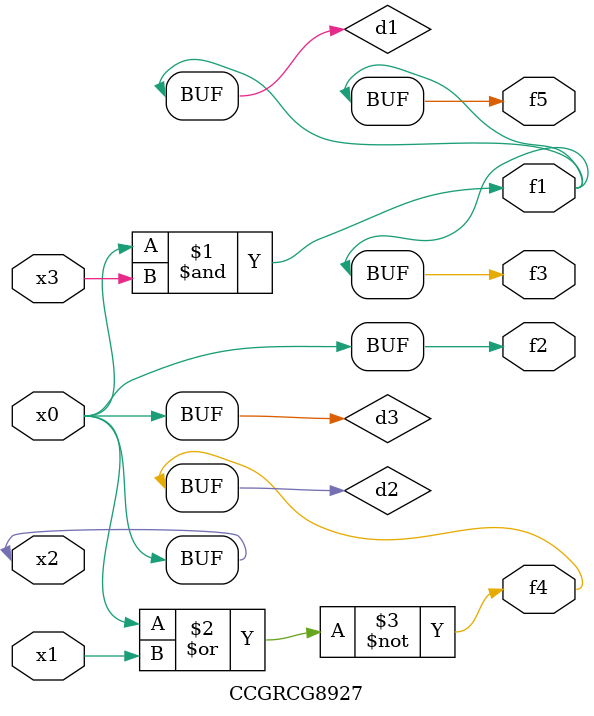
<source format=v>
module CCGRCG8927(
	input x0, x1, x2, x3,
	output f1, f2, f3, f4, f5
);

	wire d1, d2, d3;

	and (d1, x2, x3);
	nor (d2, x0, x1);
	buf (d3, x0, x2);
	assign f1 = d1;
	assign f2 = d3;
	assign f3 = d1;
	assign f4 = d2;
	assign f5 = d1;
endmodule

</source>
